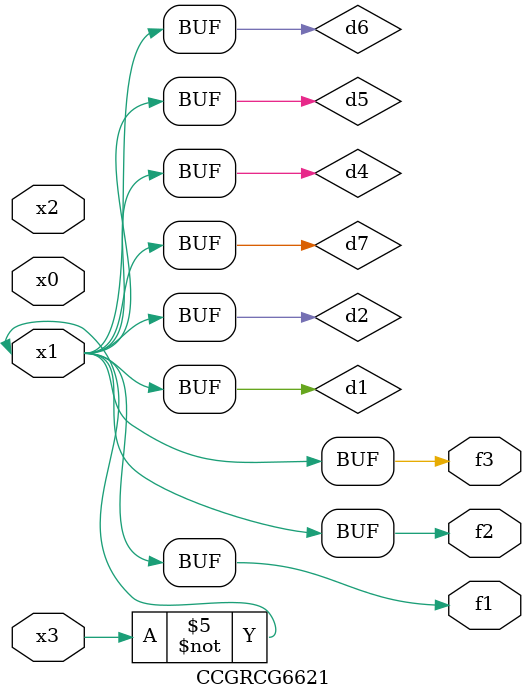
<source format=v>
module CCGRCG6621(
	input x0, x1, x2, x3,
	output f1, f2, f3
);

	wire d1, d2, d3, d4, d5, d6, d7;

	not (d1, x3);
	buf (d2, x1);
	xnor (d3, d1, d2);
	nor (d4, d1);
	buf (d5, d1, d2);
	buf (d6, d4, d5);
	nand (d7, d4);
	assign f1 = d6;
	assign f2 = d7;
	assign f3 = d6;
endmodule

</source>
